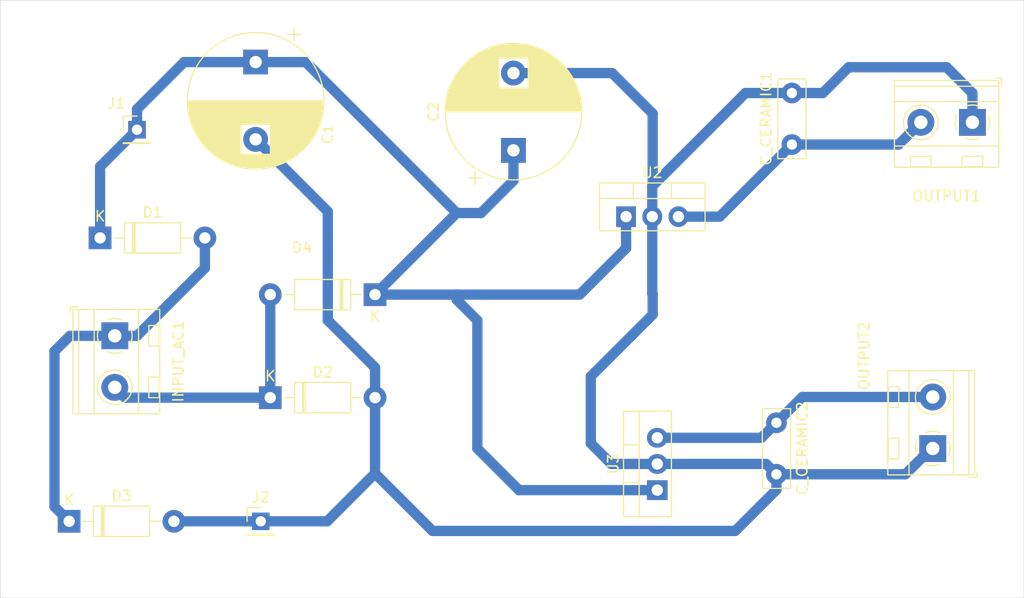
<source format=kicad_pcb>
(kicad_pcb (version 20240108) (generator "pcbnew") (generator_version "8.0")
  (layers (0 "F.Cu" signal) (31 "B.Cu" signal) (34 "B.Paste" user) (35 "F.Paste" user) (36 "B.SilkS" user "B.Silkscreen") (37 "F.SilkS" user "F.Silkscreen") (38 "B.Mask" user) (39 "F.Mask" user) (44 "Edge.Cuts" user))
  (net 0 "")
  (net 1 "Net-(D1-K)")
  (net 2 "GROUND")
  (net 3 "Net-(D1-A)")
  (net 4 "Net-(D2-K)")
  (net 5 "Net-(OUTPUT1-Pin_2)")
  (net 6 "Net-(OUTPUT2-Pin_2)")
  (footprint "Capacitor_THT:CP_Radial_D13.0mm_P7.50mm" (layer "F.Cu") (at 85.5 51.065216 90)
    (property "Reference" "C2" (at 3.75 -7.75 90) (layer "F.SilkS"))
    (property "Value" "1000μF")
    (pad "1" thru_hole rect (at 0 0 90) (size 2.4 2.4) (drill 1.2) (layers "*.Cu" "*.Mask" "In1.Cu" "In2.Cu" "In3.Cu" "In4.Cu" "In5.Cu" "In6.Cu" "In7.Cu" "In8.Cu" "In9.Cu" "In10.Cu" "In11.Cu" "In12.Cu" "In13.Cu" "In14.Cu" "In15.Cu" "In16.Cu" "In17.Cu" "In18.Cu" "In19.Cu" "In20.Cu" "In21.Cu" "In22.Cu" "In23.Cu" "In24.Cu" "In25.Cu" "In26.Cu" "In27.Cu" "In28.Cu" "In29.Cu" "In30.Cu") (net 1 "Net-(D1-K)"))
    (pad "2" thru_hole circle (at 7.5 0 90) (size 2.4 2.4) (drill 1.2) (layers "*.Cu" "*.Mask" "In1.Cu" "In2.Cu" "In3.Cu" "In4.Cu" "In5.Cu" "In6.Cu" "In7.Cu" "In8.Cu" "In9.Cu" "In10.Cu" "In11.Cu" "In12.Cu" "In13.Cu" "In14.Cu" "In15.Cu" "In16.Cu" "In17.Cu" "In18.Cu" "In19.Cu" "In20.Cu" "In21.Cu" "In22.Cu" "In23.Cu" "In24.Cu" "In25.Cu" "In26.Cu" "In27.Cu" "In28.Cu" "In29.Cu" "In30.Cu") (net 2 "GROUND"))
  )
  (footprint "Diode_THT:D_DO-41_SOD81_P10.16mm_Horizontal" (layer "F.Cu") (at 42.42 87.065215)
    (property "Reference" "D3" (at 5.08 -2.47 0) (layer "F.SilkS"))
    (property "Value" "1N4001")
    (fp_text user "K" (at 0 -2.1 0) (layer "F.SilkS"))
    (pad "1" thru_hole rect (at 0 0) (size 2.2 2.2) (drill 1.1) (layers "*.Cu" "*.Mask" "In1.Cu" "In2.Cu" "In3.Cu" "In4.Cu" "In5.Cu" "In6.Cu" "In7.Cu" "In8.Cu" "In9.Cu" "In10.Cu" "In11.Cu" "In12.Cu" "In13.Cu" "In14.Cu" "In15.Cu" "In16.Cu" "In17.Cu" "In18.Cu" "In19.Cu" "In20.Cu" "In21.Cu" "In22.Cu" "In23.Cu" "In24.Cu" "In25.Cu" "In26.Cu" "In27.Cu" "In28.Cu" "In29.Cu" "In30.Cu") (net 3 "Net-(D1-A)"))
    (pad "2" thru_hole oval (at 10.16 0) (size 2.2 2.2) (drill 1.1) (layers "*.Cu" "*.Mask" "In1.Cu" "In2.Cu" "In3.Cu" "In4.Cu" "In5.Cu" "In6.Cu" "In7.Cu" "In8.Cu" "In9.Cu" "In10.Cu" "In11.Cu" "In12.Cu" "In13.Cu" "In14.Cu" "In15.Cu" "In16.Cu" "In17.Cu" "In18.Cu" "In19.Cu" "In20.Cu" "In21.Cu" "In22.Cu" "In23.Cu" "In24.Cu" "In25.Cu" "In26.Cu" "In27.Cu" "In28.Cu" "In29.Cu" "In30.Cu") (net 2 "GROUND"))
  )
  (footprint "Capacitor_THT:C_Disc_D7.5mm_W2.5mm_P5.00mm" (layer "F.Cu") (at 111 77.5 -90)
    (property "Reference" "C_CERAMIC2" (at 2.5 -2.5 90) (layer "F.SilkS"))
    (property "Value" "0.1μF")
    (pad "1" thru_hole circle (at 0 0 270) (size 2 2) (drill 1) (layers "*.Cu" "*.Mask" "In1.Cu" "In2.Cu" "In3.Cu" "In4.Cu" "In5.Cu" "In6.Cu" "In7.Cu" "In8.Cu" "In9.Cu" "In10.Cu" "In11.Cu" "In12.Cu" "In13.Cu" "In14.Cu" "In15.Cu" "In16.Cu" "In17.Cu" "In18.Cu" "In19.Cu" "In20.Cu" "In21.Cu" "In22.Cu" "In23.Cu" "In24.Cu" "In25.Cu" "In26.Cu" "In27.Cu" "In28.Cu" "In29.Cu" "In30.Cu") (net 6 "Net-(OUTPUT2-Pin_2)"))
    (pad "2" thru_hole circle (at 5 0 270) (size 2 2) (drill 1) (layers "*.Cu" "*.Mask" "In1.Cu" "In2.Cu" "In3.Cu" "In4.Cu" "In5.Cu" "In6.Cu" "In7.Cu" "In8.Cu" "In9.Cu" "In10.Cu" "In11.Cu" "In12.Cu" "In13.Cu" "In14.Cu" "In15.Cu" "In16.Cu" "In17.Cu" "In18.Cu" "In19.Cu" "In20.Cu" "In21.Cu" "In22.Cu" "In23.Cu" "In24.Cu" "In25.Cu" "In26.Cu" "In27.Cu" "In28.Cu" "In29.Cu" "In30.Cu") (net 2 "GROUND"))
  )
  (footprint "Connector_PinHeader_2.54mm:PinHeader_1x01_P2.54mm_Vertical" (layer "F.Cu") (at 49 49.065215)
    (property "Reference" "J1" (at -2 -2.565215 0) (layer "F.SilkS"))
    (property "Value" "test_VCC")
    (pad "1" thru_hole rect (at 0 0) (size 1.7 1.7) (drill 1) (layers "*.Cu" "*.Mask" "In1.Cu" "In2.Cu" "In3.Cu" "In4.Cu" "In5.Cu" "In6.Cu" "In7.Cu" "In8.Cu" "In9.Cu" "In10.Cu" "In11.Cu" "In12.Cu" "In13.Cu" "In14.Cu" "In15.Cu" "In16.Cu" "In17.Cu" "In18.Cu" "In19.Cu" "In20.Cu" "In21.Cu" "In22.Cu" "In23.Cu" "In24.Cu" "In25.Cu" "In26.Cu" "In27.Cu" "In28.Cu" "In29.Cu" "In30.Cu") (net 1 "Net-(D1-K)"))
  )
  (footprint "Diode_THT:D_DO-41_SOD81_P10.16mm_Horizontal" (layer "F.Cu") (at 61.92 75.065215)
    (property "Reference" "D2" (at 5.08 -2.47 360) (layer "F.SilkS"))
    (property "Value" "1N4001")
    (fp_text user "K" (at 0 -2.1 360) (layer "F.SilkS"))
    (pad "1" thru_hole rect (at 0 0) (size 2.2 2.2) (drill 1.1) (layers "*.Cu" "*.Mask" "In1.Cu" "In2.Cu" "In3.Cu" "In4.Cu" "In5.Cu" "In6.Cu" "In7.Cu" "In8.Cu" "In9.Cu" "In10.Cu" "In11.Cu" "In12.Cu" "In13.Cu" "In14.Cu" "In15.Cu" "In16.Cu" "In17.Cu" "In18.Cu" "In19.Cu" "In20.Cu" "In21.Cu" "In22.Cu" "In23.Cu" "In24.Cu" "In25.Cu" "In26.Cu" "In27.Cu" "In28.Cu" "In29.Cu" "In30.Cu") (net 4 "Net-(D2-K)"))
    (pad "2" thru_hole oval (at 10.16 0) (size 2.2 2.2) (drill 1.1) (layers "*.Cu" "*.Mask" "In1.Cu" "In2.Cu" "In3.Cu" "In4.Cu" "In5.Cu" "In6.Cu" "In7.Cu" "In8.Cu" "In9.Cu" "In10.Cu" "In11.Cu" "In12.Cu" "In13.Cu" "In14.Cu" "In15.Cu" "In16.Cu" "In17.Cu" "In18.Cu" "In19.Cu" "In20.Cu" "In21.Cu" "In22.Cu" "In23.Cu" "In24.Cu" "In25.Cu" "In26.Cu" "In27.Cu" "In28.Cu" "In29.Cu" "In30.Cu") (net 2 "GROUND"))
  )
  (footprint "Diode_THT:D_DO-41_SOD81_P10.16mm_Horizontal" (layer "F.Cu") (at 45.42 59.565215)
    (property "Reference" "D1" (at 5.08 -2.47 0) (layer "F.SilkS"))
    (property "Value" "1N4001")
    (fp_text user "K" (at 0 -2.1 0) (layer "F.SilkS"))
    (pad "1" thru_hole rect (at 0 0) (size 2.2 2.2) (drill 1.1) (layers "*.Cu" "*.Mask" "In1.Cu" "In2.Cu" "In3.Cu" "In4.Cu" "In5.Cu" "In6.Cu" "In7.Cu" "In8.Cu" "In9.Cu" "In10.Cu" "In11.Cu" "In12.Cu" "In13.Cu" "In14.Cu" "In15.Cu" "In16.Cu" "In17.Cu" "In18.Cu" "In19.Cu" "In20.Cu" "In21.Cu" "In22.Cu" "In23.Cu" "In24.Cu" "In25.Cu" "In26.Cu" "In27.Cu" "In28.Cu" "In29.Cu" "In30.Cu") (net 1 "Net-(D1-K)"))
    (pad "2" thru_hole oval (at 10.16 0) (size 2.2 2.2) (drill 1.1) (layers "*.Cu" "*.Mask" "In1.Cu" "In2.Cu" "In3.Cu" "In4.Cu" "In5.Cu" "In6.Cu" "In7.Cu" "In8.Cu" "In9.Cu" "In10.Cu" "In11.Cu" "In12.Cu" "In13.Cu" "In14.Cu" "In15.Cu" "In16.Cu" "In17.Cu" "In18.Cu" "In19.Cu" "In20.Cu" "In21.Cu" "In22.Cu" "In23.Cu" "In24.Cu" "In25.Cu" "In26.Cu" "In27.Cu" "In28.Cu" "In29.Cu" "In30.Cu") (net 3 "Net-(D1-A)"))
  )
  (footprint "Package_TO_SOT_THT:TO-220-3_Vertical" (layer "F.Cu") (at 99.445 84.04 90)
    (property "Reference" "U3" (at 2.54 -4.27 90) (layer "F.SilkS"))
    (property "Value" "LM7805_TO220")
    (pad "1" thru_hole rect (at 0 0 90) (size 1.905 2) (drill 1.1) (layers "*.Cu" "*.Mask" "In1.Cu" "In2.Cu" "In3.Cu" "In4.Cu" "In5.Cu" "In6.Cu" "In7.Cu" "In8.Cu" "In9.Cu" "In10.Cu" "In11.Cu" "In12.Cu" "In13.Cu" "In14.Cu" "In15.Cu" "In16.Cu" "In17.Cu" "In18.Cu" "In19.Cu" "In20.Cu" "In21.Cu" "In22.Cu" "In23.Cu" "In24.Cu" "In25.Cu" "In26.Cu" "In27.Cu" "In28.Cu" "In29.Cu" "In30.Cu") (net 1 "Net-(D1-K)"))
    (pad "2" thru_hole oval (at 2.54 0 90) (size 1.905 2) (drill 1.1) (layers "*.Cu" "*.Mask" "In1.Cu" "In2.Cu" "In3.Cu" "In4.Cu" "In5.Cu" "In6.Cu" "In7.Cu" "In8.Cu" "In9.Cu" "In10.Cu" "In11.Cu" "In12.Cu" "In13.Cu" "In14.Cu" "In15.Cu" "In16.Cu" "In17.Cu" "In18.Cu" "In19.Cu" "In20.Cu" "In21.Cu" "In22.Cu" "In23.Cu" "In24.Cu" "In25.Cu" "In26.Cu" "In27.Cu" "In28.Cu" "In29.Cu" "In30.Cu") (net 2 "GROUND"))
    (pad "3" thru_hole oval (at 5.08 0 90) (size 1.905 2) (drill 1.1) (layers "*.Cu" "*.Mask" "In1.Cu" "In2.Cu" "In3.Cu" "In4.Cu" "In5.Cu" "In6.Cu" "In7.Cu" "In8.Cu" "In9.Cu" "In10.Cu" "In11.Cu" "In12.Cu" "In13.Cu" "In14.Cu" "In15.Cu" "In16.Cu" "In17.Cu" "In18.Cu" "In19.Cu" "In20.Cu" "In21.Cu" "In22.Cu" "In23.Cu" "In24.Cu" "In25.Cu" "In26.Cu" "In27.Cu" "In28.Cu" "In29.Cu" "In30.Cu") (net 6 "Net-(OUTPUT2-Pin_2)"))
  )
  (footprint "Capacitor_THT:CP_Radial_D13.0mm_P7.50mm" (layer "F.Cu") (at 60.5 42.5 -90)
    (property "Reference" "C1" (at 7 -7 90) (layer "F.SilkS"))
    (property "Value" "1000μF")
    (pad "1" thru_hole rect (at 0 0 270) (size 2.4 2.4) (drill 1.2) (layers "*.Cu" "*.Mask" "In1.Cu" "In2.Cu" "In3.Cu" "In4.Cu" "In5.Cu" "In6.Cu" "In7.Cu" "In8.Cu" "In9.Cu" "In10.Cu" "In11.Cu" "In12.Cu" "In13.Cu" "In14.Cu" "In15.Cu" "In16.Cu" "In17.Cu" "In18.Cu" "In19.Cu" "In20.Cu" "In21.Cu" "In22.Cu" "In23.Cu" "In24.Cu" "In25.Cu" "In26.Cu" "In27.Cu" "In28.Cu" "In29.Cu" "In30.Cu") (net 1 "Net-(D1-K)"))
    (pad "2" thru_hole circle (at 7.5 0 270) (size 2.4 2.4) (drill 1.2) (layers "*.Cu" "*.Mask" "In1.Cu" "In2.Cu" "In3.Cu" "In4.Cu" "In5.Cu" "In6.Cu" "In7.Cu" "In8.Cu" "In9.Cu" "In10.Cu" "In11.Cu" "In12.Cu" "In13.Cu" "In14.Cu" "In15.Cu" "In16.Cu" "In17.Cu" "In18.Cu" "In19.Cu" "In20.Cu" "In21.Cu" "In22.Cu" "In23.Cu" "In24.Cu" "In25.Cu" "In26.Cu" "In27.Cu" "In28.Cu" "In29.Cu" "In30.Cu") (net 2 "GROUND"))
  )
  (footprint "Diode_THT:D_DO-41_SOD81_P10.16mm_Horizontal" (layer "F.Cu") (at 72.08 65.065215 180)
    (property "Reference" "D4" (at 7.08 4.565215 360) (layer "F.SilkS"))
    (property "Value" "1N4001")
    (fp_text user "K" (at 0 -2.1 360) (layer "F.SilkS"))
    (pad "1" thru_hole rect (at 0 0 180) (size 2.2 2.2) (drill 1.1) (layers "*.Cu" "*.Mask" "In1.Cu" "In2.Cu" "In3.Cu" "In4.Cu" "In5.Cu" "In6.Cu" "In7.Cu" "In8.Cu" "In9.Cu" "In10.Cu" "In11.Cu" "In12.Cu" "In13.Cu" "In14.Cu" "In15.Cu" "In16.Cu" "In17.Cu" "In18.Cu" "In19.Cu" "In20.Cu" "In21.Cu" "In22.Cu" "In23.Cu" "In24.Cu" "In25.Cu" "In26.Cu" "In27.Cu" "In28.Cu" "In29.Cu" "In30.Cu") (net 1 "Net-(D1-K)"))
    (pad "2" thru_hole oval (at 10.16 0 180) (size 2.2 2.2) (drill 1.1) (layers "*.Cu" "*.Mask" "In1.Cu" "In2.Cu" "In3.Cu" "In4.Cu" "In5.Cu" "In6.Cu" "In7.Cu" "In8.Cu" "In9.Cu" "In10.Cu" "In11.Cu" "In12.Cu" "In13.Cu" "In14.Cu" "In15.Cu" "In16.Cu" "In17.Cu" "In18.Cu" "In19.Cu" "In20.Cu" "In21.Cu" "In22.Cu" "In23.Cu" "In24.Cu" "In25.Cu" "In26.Cu" "In27.Cu" "In28.Cu" "In29.Cu" "In30.Cu") (net 4 "Net-(D2-K)"))
  )
  (footprint "TerminalBlock_MetzConnect:TerminalBlock_MetzConnect_Type094_RT03502HBLU_1x02_P5.00mm_Horizontal" (layer "F.Cu") (at 46.845 69.065215 -90)
    (property "Reference" "INPUT_AC1" (at 2.5 -6.155 90) (layer "F.SilkS"))
    (property "Value" "INPUT_TF")
    (pad "1" thru_hole rect (at 0 0 270) (size 2.6 2.6) (drill 1.3) (layers "*.Cu" "*.Mask" "In1.Cu" "In2.Cu" "In3.Cu" "In4.Cu" "In5.Cu" "In6.Cu" "In7.Cu" "In8.Cu" "In9.Cu" "In10.Cu" "In11.Cu" "In12.Cu" "In13.Cu" "In14.Cu" "In15.Cu" "In16.Cu" "In17.Cu" "In18.Cu" "In19.Cu" "In20.Cu" "In21.Cu" "In22.Cu" "In23.Cu" "In24.Cu" "In25.Cu" "In26.Cu" "In27.Cu" "In28.Cu" "In29.Cu" "In30.Cu") (net 3 "Net-(D1-A)"))
    (pad "2" thru_hole circle (at 5 0 270) (size 2.6 2.6) (drill 1.3) (layers "*.Cu" "*.Mask" "In1.Cu" "In2.Cu" "In3.Cu" "In4.Cu" "In5.Cu" "In6.Cu" "In7.Cu" "In8.Cu" "In9.Cu" "In10.Cu" "In11.Cu" "In12.Cu" "In13.Cu" "In14.Cu" "In15.Cu" "In16.Cu" "In17.Cu" "In18.Cu" "In19.Cu" "In20.Cu" "In21.Cu" "In22.Cu" "In23.Cu" "In24.Cu" "In25.Cu" "In26.Cu" "In27.Cu" "In28.Cu" "In29.Cu" "In30.Cu") (net 4 "Net-(D2-K)"))
  )
  (footprint "Capacitor_THT:C_Disc_D7.5mm_W2.5mm_P5.00mm" (layer "F.Cu") (at 112.5 50.5 90)
    (property "Reference" "C_CERAMIC1" (at 2.5 -2.5 90) (layer "F.SilkS"))
    (property "Value" "0.1μF")
    (pad "1" thru_hole circle (at 0 0 90) (size 2 2) (drill 1) (layers "*.Cu" "*.Mask" "In1.Cu" "In2.Cu" "In3.Cu" "In4.Cu" "In5.Cu" "In6.Cu" "In7.Cu" "In8.Cu" "In9.Cu" "In10.Cu" "In11.Cu" "In12.Cu" "In13.Cu" "In14.Cu" "In15.Cu" "In16.Cu" "In17.Cu" "In18.Cu" "In19.Cu" "In20.Cu" "In21.Cu" "In22.Cu" "In23.Cu" "In24.Cu" "In25.Cu" "In26.Cu" "In27.Cu" "In28.Cu" "In29.Cu" "In30.Cu") (net 5 "Net-(OUTPUT1-Pin_2)"))
    (pad "2" thru_hole circle (at 5 0 90) (size 2 2) (drill 1) (layers "*.Cu" "*.Mask" "In1.Cu" "In2.Cu" "In3.Cu" "In4.Cu" "In5.Cu" "In6.Cu" "In7.Cu" "In8.Cu" "In9.Cu" "In10.Cu" "In11.Cu" "In12.Cu" "In13.Cu" "In14.Cu" "In15.Cu" "In16.Cu" "In17.Cu" "In18.Cu" "In19.Cu" "In20.Cu" "In21.Cu" "In22.Cu" "In23.Cu" "In24.Cu" "In25.Cu" "In26.Cu" "In27.Cu" "In28.Cu" "In29.Cu" "In30.Cu") (net 2 "GROUND"))
  )
  (footprint "TerminalBlock_MetzConnect:TerminalBlock_MetzConnect_Type094_RT03502HBLU_1x02_P5.00mm_Horizontal" (layer "F.Cu") (at 130 48.345 180)
    (property "Reference" "OUTPUT1" (at 2.5 -7.155 0) (layer "F.SilkS"))
    (property "Value" "OUT_5VCC")
    (pad "1" thru_hole rect (at 0 0 180) (size 2.6 2.6) (drill 1.3) (layers "*.Cu" "*.Mask" "In1.Cu" "In2.Cu" "In3.Cu" "In4.Cu" "In5.Cu" "In6.Cu" "In7.Cu" "In8.Cu" "In9.Cu" "In10.Cu" "In11.Cu" "In12.Cu" "In13.Cu" "In14.Cu" "In15.Cu" "In16.Cu" "In17.Cu" "In18.Cu" "In19.Cu" "In20.Cu" "In21.Cu" "In22.Cu" "In23.Cu" "In24.Cu" "In25.Cu" "In26.Cu" "In27.Cu" "In28.Cu" "In29.Cu" "In30.Cu") (net 2 "GROUND"))
    (pad "2" thru_hole circle (at 5 0 180) (size 2.6 2.6) (drill 1.3) (layers "*.Cu" "*.Mask" "In1.Cu" "In2.Cu" "In3.Cu" "In4.Cu" "In5.Cu" "In6.Cu" "In7.Cu" "In8.Cu" "In9.Cu" "In10.Cu" "In11.Cu" "In12.Cu" "In13.Cu" "In14.Cu" "In15.Cu" "In16.Cu" "In17.Cu" "In18.Cu" "In19.Cu" "In20.Cu" "In21.Cu" "In22.Cu" "In23.Cu" "In24.Cu" "In25.Cu" "In26.Cu" "In27.Cu" "In28.Cu" "In29.Cu" "In30.Cu") (net 5 "Net-(OUTPUT1-Pin_2)"))
  )
  (footprint "Connector_PinHeader_2.54mm:PinHeader_1x01_P2.54mm_Vertical" (layer "F.Cu") (at 61 87.065215)
    (property "Reference" "J2" (at 0 -2.33 0) (layer "F.SilkS"))
    (property "Value" "test_GND")
    (pad "1" thru_hole rect (at 0 0) (size 1.7 1.7) (drill 1) (layers "*.Cu" "*.Mask" "In1.Cu" "In2.Cu" "In3.Cu" "In4.Cu" "In5.Cu" "In6.Cu" "In7.Cu" "In8.Cu" "In9.Cu" "In10.Cu" "In11.Cu" "In12.Cu" "In13.Cu" "In14.Cu" "In15.Cu" "In16.Cu" "In17.Cu" "In18.Cu" "In19.Cu" "In20.Cu" "In21.Cu" "In22.Cu" "In23.Cu" "In24.Cu" "In25.Cu" "In26.Cu" "In27.Cu" "In28.Cu" "In29.Cu" "In30.Cu") (net 2 "GROUND"))
  )
  (footprint "Package_TO_SOT_THT:TO-220-3_Vertical" (layer "F.Cu") (at 96.42 57.5)
    (property "Reference" "U2" (at 2.54 -4.27 0) (layer "F.SilkS"))
    (property "Value" "LM7809_TO220")
    (pad "1" thru_hole rect (at 0 0) (size 1.905 2) (drill 1.1) (layers "*.Cu" "*.Mask" "In1.Cu" "In2.Cu" "In3.Cu" "In4.Cu" "In5.Cu" "In6.Cu" "In7.Cu" "In8.Cu" "In9.Cu" "In10.Cu" "In11.Cu" "In12.Cu" "In13.Cu" "In14.Cu" "In15.Cu" "In16.Cu" "In17.Cu" "In18.Cu" "In19.Cu" "In20.Cu" "In21.Cu" "In22.Cu" "In23.Cu" "In24.Cu" "In25.Cu" "In26.Cu" "In27.Cu" "In28.Cu" "In29.Cu" "In30.Cu") (net 1 "Net-(D1-K)"))
    (pad "2" thru_hole oval (at 2.54 0) (size 1.905 2) (drill 1.1) (layers "*.Cu" "*.Mask" "In1.Cu" "In2.Cu" "In3.Cu" "In4.Cu" "In5.Cu" "In6.Cu" "In7.Cu" "In8.Cu" "In9.Cu" "In10.Cu" "In11.Cu" "In12.Cu" "In13.Cu" "In14.Cu" "In15.Cu" "In16.Cu" "In17.Cu" "In18.Cu" "In19.Cu" "In20.Cu" "In21.Cu" "In22.Cu" "In23.Cu" "In24.Cu" "In25.Cu" "In26.Cu" "In27.Cu" "In28.Cu" "In29.Cu" "In30.Cu") (net 2 "GROUND"))
    (pad "3" thru_hole oval (at 5.08 0) (size 1.905 2) (drill 1.1) (layers "*.Cu" "*.Mask" "In1.Cu" "In2.Cu" "In3.Cu" "In4.Cu" "In5.Cu" "In6.Cu" "In7.Cu" "In8.Cu" "In9.Cu" "In10.Cu" "In11.Cu" "In12.Cu" "In13.Cu" "In14.Cu" "In15.Cu" "In16.Cu" "In17.Cu" "In18.Cu" "In19.Cu" "In20.Cu" "In21.Cu" "In22.Cu" "In23.Cu" "In24.Cu" "In25.Cu" "In26.Cu" "In27.Cu" "In28.Cu" "In29.Cu" "In30.Cu") (net 5 "Net-(OUTPUT1-Pin_2)"))
  )
  (footprint "TerminalBlock_MetzConnect:TerminalBlock_MetzConnect_Type094_RT03502HBLU_1x02_P5.00mm_Horizontal" (layer "F.Cu") (at 126.155 80 90)
    (property "Reference" "OUTPUT2" (at 9 -6.655 90) (layer "F.SilkS"))
    (property "Value" "OUT_9VCC")
    (pad "1" thru_hole rect (at 0 0 90) (size 2.6 2.6) (drill 1.3) (layers "*.Cu" "*.Mask" "In1.Cu" "In2.Cu" "In3.Cu" "In4.Cu" "In5.Cu" "In6.Cu" "In7.Cu" "In8.Cu" "In9.Cu" "In10.Cu" "In11.Cu" "In12.Cu" "In13.Cu" "In14.Cu" "In15.Cu" "In16.Cu" "In17.Cu" "In18.Cu" "In19.Cu" "In20.Cu" "In21.Cu" "In22.Cu" "In23.Cu" "In24.Cu" "In25.Cu" "In26.Cu" "In27.Cu" "In28.Cu" "In29.Cu" "In30.Cu") (net 2 "GROUND"))
    (pad "2" thru_hole circle (at 5 0 90) (size 2.6 2.6) (drill 1.3) (layers "*.Cu" "*.Mask" "In1.Cu" "In2.Cu" "In3.Cu" "In4.Cu" "In5.Cu" "In6.Cu" "In7.Cu" "In8.Cu" "In9.Cu" "In10.Cu" "In11.Cu" "In12.Cu" "In13.Cu" "In14.Cu" "In15.Cu" "In16.Cu" "In17.Cu" "In18.Cu" "In19.Cu" "In20.Cu" "In21.Cu" "In22.Cu" "In23.Cu" "In24.Cu" "In25.Cu" "In26.Cu" "In27.Cu" "In28.Cu" "In29.Cu" "In30.Cu") (net 6 "Net-(OUTPUT2-Pin_2)"))
  )
  (gr_rect (start 35.74 36.5) (end 135 94.5) (stroke (width 0.05)) (fill none) (layer "Edge.Cuts"))
  (segment (start 80 65.565215) (end 80 65.065215) (width 1) (layer "B.Cu") (net 1))
  (segment (start 45.42 52.645215) (end 49 49.065215) (width 1) (layer "B.Cu") (net 1))
  (segment (start 85.5 54) (end 85.5 51.065216) (width 1) (layer "B.Cu") (net 1))
  (segment (start 72.08 65.065215) (end 80 57.145215) (width 1) (layer "B.Cu") (net 1))
  (segment (start 86.04 84.04) (end 82 80) (width 1) (layer "B.Cu") (net 1))
  (segment (start 72.08 65.065215) (end 80 65.065215) (width 1) (layer "B.Cu") (net 1))
  (segment (start 91.92 65.065215) (end 96.42 60.565215) (width 1) (layer "B.Cu") (net 1))
  (segment (start 96.42 60.565215) (end 96.42 57.5) (width 1) (layer "B.Cu") (net 1))
  (segment (start 45.42 59.565215) (end 45.42 52.645215) (width 1) (layer "B.Cu") (net 1))
  (segment (start 80 57.145215) (end 65.354785 42.5) (width 1) (layer "B.Cu") (net 1))
  (segment (start 82 67.565215) (end 80 65.565215) (width 1) (layer "B.Cu") (net 1))
  (segment (start 53.565215 42.5) (end 49 47.065215) (width 1) (layer "B.Cu") (net 1))
  (segment (start 60.5 42.5) (end 53.565215 42.5) (width 1) (layer "B.Cu") (net 1))
  (segment (start 80 57.145215) (end 82.354785 57.145215) (width 1) (layer "B.Cu") (net 1))
  (segment (start 82.354785 57.145215) (end 85.5 54) (width 1) (layer "B.Cu") (net 1))
  (segment (start 82 80) (end 82 67.565215) (width 1) (layer "B.Cu") (net 1))
  (segment (start 65.354785 42.5) (end 60.5 42.5) (width 1) (layer "B.Cu") (net 1))
  (segment (start 99.445 84.04) (end 86.04 84.04) (width 1) (layer "B.Cu") (net 1))
  (segment (start 80 65.065215) (end 91.92 65.065215) (width 1) (layer "B.Cu") (net 1))
  (segment (start 61 43) (end 60.5 42.5) (width 1) (layer "B.Cu") (net 1))
  (segment (start 49 47.065215) (end 49 49.065215) (width 1) (layer "B.Cu") (net 1))
  (segment (start 107 88) (end 77.66 88) (width 1) (layer "B.Cu") (net 2))
  (segment (start 72.08 75.065215) (end 72.08 72.145215) (width 1) (layer "B.Cu") (net 2))
  (segment (start 115.5 45.5) (end 118 43) (width 1) (layer "B.Cu") (net 2))
  (segment (start 111 82.5) (end 111 84) (width 1) (layer "B.Cu") (net 2))
  (segment (start 67.434785 87.065215) (end 72.08 82.42) (width 1) (layer "B.Cu") (net 2))
  (segment (start 99 65) (end 99 67) (width 1) (layer "B.Cu") (net 2))
  (segment (start 72.08 82.42) (end 72.08 75.065215) (width 1) (layer "B.Cu") (net 2))
  (segment (start 130 45.5) (end 130 48.345) (width 1) (layer "B.Cu") (net 2))
  (segment (start 93 79.5) (end 95 81.5) (width 1) (layer "B.Cu") (net 2))
  (segment (start 99 65) (end 98.96 64.96) (width 1) (layer "B.Cu") (net 2))
  (segment (start 99.445 81.5) (end 110 81.5) (width 1) (layer "B.Cu") (net 2))
  (segment (start 93 73) (end 93 79.5) (width 1) (layer "B.Cu") (net 2))
  (segment (start 98.96 54.54) (end 108 45.5) (width 1) (layer "B.Cu") (net 2))
  (segment (start 99 67) (end 93 73) (width 1) (layer "B.Cu") (net 2))
  (segment (start 85.5 43.565216) (end 95.065216 43.565216) (width 1) (layer "B.Cu") (net 2))
  (segment (start 98.96 64.96) (end 98.96 57.5) (width 1) (layer "B.Cu") (net 2))
  (segment (start 95.065216 43.565216) (end 99 47.5) (width 1) (layer "B.Cu") (net 2))
  (segment (start 98.96 54.54) (end 99 54.5) (width 1) (layer "B.Cu") (net 2))
  (segment (start 118 43) (end 127.5 43) (width 1) (layer "B.Cu") (net 2))
  (segment (start 67.5 57) (end 60.5 50) (width 1) (layer "B.Cu") (net 2))
  (segment (start 52.58 87.065215) (end 61 87.065215) (width 1) (layer "B.Cu") (net 2))
  (segment (start 72.08 72.145215) (end 67.5 67.565215) (width 1) (layer "B.Cu") (net 2))
  (segment (start 95 81.5) (end 99.445 81.5) (width 1) (layer "B.Cu") (net 2))
  (segment (start 77.66 88) (end 72.08 82.42) (width 1) (layer "B.Cu") (net 2))
  (segment (start 99 54.5) (end 99 47.5) (width 1) (layer "B.Cu") (net 2))
  (segment (start 123.5 82.5) (end 126 80) (width 1) (layer "B.Cu") (net 2))
  (segment (start 98.96 57.5) (end 98.96 54.54) (width 1) (layer "B.Cu") (net 2))
  (segment (start 126 80) (end 126.155 80) (width 1) (layer "B.Cu") (net 2))
  (segment (start 111 84) (end 107 88) (width 1) (layer "B.Cu") (net 2))
  (segment (start 61 87.065215) (end 67.434785 87.065215) (width 1) (layer "B.Cu") (net 2))
  (segment (start 127.5 43) (end 130 45.5) (width 1) (layer "B.Cu") (net 2))
  (segment (start 112.5 45.5) (end 115.5 45.5) (width 1) (layer "B.Cu") (net 2))
  (segment (start 67.5 67.565215) (end 67.5 57) (width 1) (layer "B.Cu") (net 2))
  (segment (start 111 82.5) (end 123.5 82.5) (width 1) (layer "B.Cu") (net 2))
  (segment (start 110 81.5) (end 111 82.5) (width 1) (layer "B.Cu") (net 2))
  (segment (start 108 45.5) (end 112.5 45.5) (width 1) (layer "B.Cu") (net 2))
  (segment (start 42.5 69.065215) (end 41 70.565215) (width 1) (layer "B.Cu") (net 3))
  (segment (start 41 85.645215) (end 42.42 87.065215) (width 1) (layer "B.Cu") (net 3))
  (segment (start 41 70.565215) (end 41 85.645215) (width 1) (layer "B.Cu") (net 3))
  (segment (start 55.58 62.485215) (end 55.58 59.565215) (width 1) (layer "B.Cu") (net 3))
  (segment (start 49 69.065215) (end 55.58 62.485215) (width 1) (layer "B.Cu") (net 3))
  (segment (start 46.845 69.065215) (end 42.5 69.065215) (width 1) (layer "B.Cu") (net 3))
  (segment (start 46.845 69.065215) (end 49 69.065215) (width 1) (layer "B.Cu") (net 3))
  (segment (start 47.845 75.065215) (end 46.845 74.065215) (width 1) (layer "B.Cu") (net 4))
  (segment (start 61.92 75.065215) (end 61.92 65.065215) (width 1) (layer "B.Cu") (net 4))
  (segment (start 61.92 75.065215) (end 47.845 75.065215) (width 1) (layer "B.Cu") (net 4))
  (segment (start 112.5 50.5) (end 122.845 50.5) (width 1) (layer "B.Cu") (net 5))
  (segment (start 101.5 57.5) (end 105.5 57.5) (width 1) (layer "B.Cu") (net 5))
  (segment (start 122.845 50.5) (end 125 48.345) (width 1) (layer "B.Cu") (net 5))
  (segment (start 105.5 57.5) (end 112.5 50.5) (width 1) (layer "B.Cu") (net 5))
  (segment (start 113.5 75) (end 126.155 75) (width 1) (layer "B.Cu") (net 6))
  (segment (start 111 77.5) (end 113.5 75) (width 1) (layer "B.Cu") (net 6))
  (segment (start 99.445 78.96) (end 109.54 78.96) (width 1) (layer "B.Cu") (net 6))
  (segment (start 109.54 78.96) (end 111 77.5) (width 1) (layer "B.Cu") (net 6))
)
</source>
